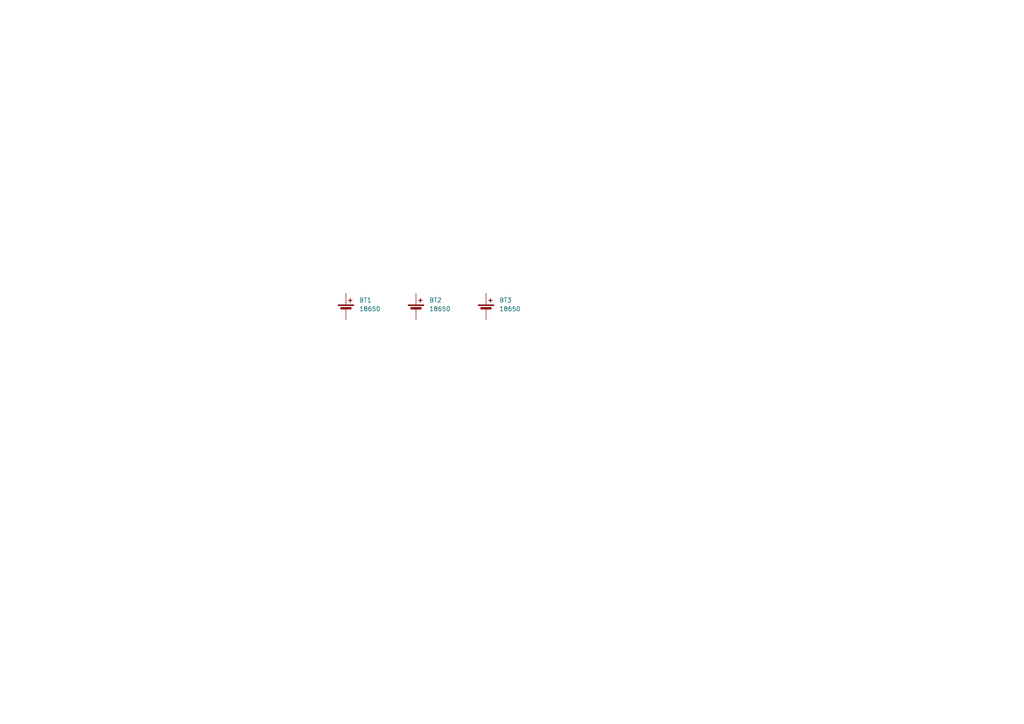
<source format=kicad_sch>
(kicad_sch (version 20250114) (generator "eeschema") (generator_version "9.0")
  (paper "A4")
  (lib_symbols
    (symbol "Device:Battery_Cell" (pin_numbers (hide yes)) (pin_names (offset 0) (hide yes))
      (property "Reference" "BT" (at 2.54 2.54 0))
      (property "Value" "Battery_Cell" (at 2.54 0 0))
      (symbol "Battery_Cell_0_1"
        (rectangle (start -2.286 1.778) (end 2.286 1.524) (fill (type outline)))
        (rectangle (start -1.524 1.016) (end 1.524 0.508) (fill (type outline)))
        (polyline (pts (xy 0 1.778) (xy 0 2.54)))
        (polyline (pts (xy 0 0.762) (xy 0 0)))
        (polyline (pts (xy 0.762 3.048) (xy 1.778 3.048)) (stroke (width 0.254)))
        (polyline (pts (xy 1.27 3.556) (xy 1.27 2.54)) (stroke (width 0.254)))
      )
      (symbol "Battery_Cell_1_1"
        (pin passive line (at 0 5.08 270) (length 2.54) (name "+") (number "1"))
        (pin passive line (at 0 -2.54 90) (length 2.54) (name "-") (number "2"))
      )
    )
  )
  (symbol (lib_id "Device:Battery_Cell") (at 100.33 90.17 0) (unit 1)
    (property "Reference" "BT1" (at 104.14 87.0584 0) (effects (justify left)))
    (property "Value" "18650" (at 104.14 89.5984 0) (effects (justify left)))
    (property "Description" "Single-cell battery" (effects (hide yes)))
  )
  (symbol (lib_id "Device:Battery_Cell") (at 140.97 90.17 0) (unit 1)
    (property "Reference" "BT3" (at 144.78 87.0584 0) (effects (justify left)))
    (property "Value" "18650" (at 144.78 89.5984 0) (effects (justify left)))
    (property "Description" "Single-cell battery" (effects (hide yes)))
  )
  (symbol (lib_id "Device:Battery_Cell") (at 120.65 90.17 0) (unit 1)
    (property "Reference" "BT2" (at 124.46 87.0584 0) (effects (justify left)))
    (property "Value" "18650" (at 124.46 89.5984 0) (effects (justify left)))
    (property "Description" "Single-cell battery" (effects (hide yes)))
  )
)
</source>
